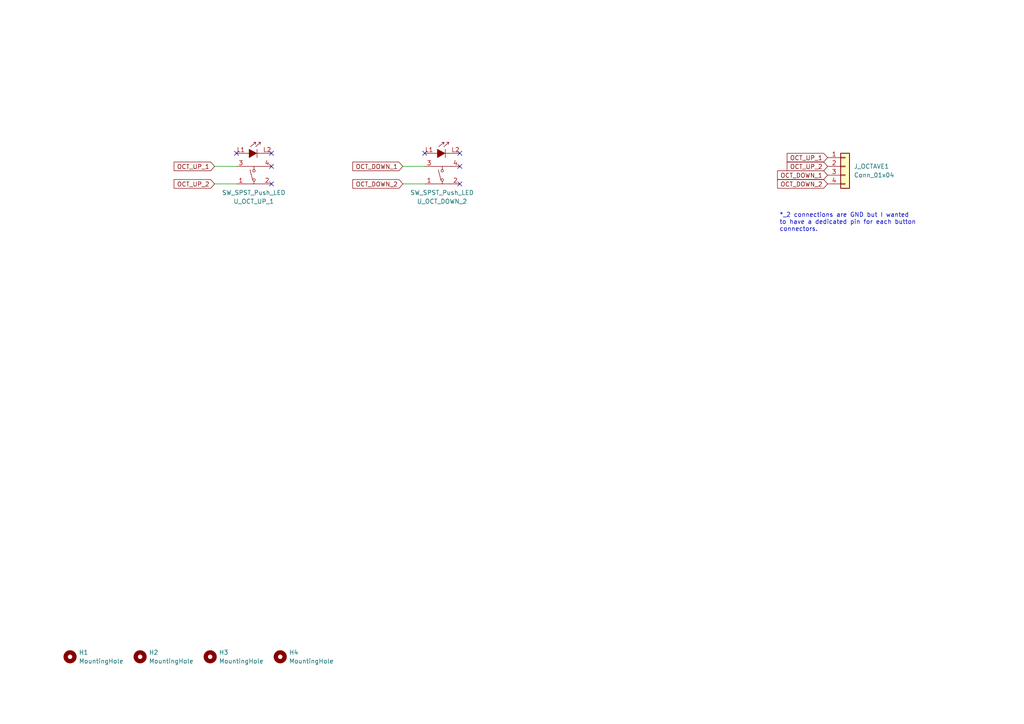
<source format=kicad_sch>
(kicad_sch (version 20230121) (generator eeschema)
  (paper "A4")
  (lib_symbols
    (symbol "Connector_Generic:Conn_01x04" (pin_names (offset 1.016) hide)
      (property "Reference" "J" (at 0 5.08 0))
      (property "Value" "Conn_01x04" (at 0 -7.62 0))
      (symbol "Conn_01x04_1_1"
        (rectangle (start -1.27 -4.953) (end 0 -5.207) (stroke (width 0.1524)))
        (rectangle (start -1.27 -2.413) (end 0 -2.667) (stroke (width 0.1524)))
        (rectangle (start -1.27 0.127) (end 0 -0.127) (stroke (width 0.1524)))
        (rectangle (start -1.27 2.667) (end 0 2.413) (stroke (width 0.1524)))
        (rectangle (start -1.27 3.81) (end 1.27 -6.35) (stroke (width 0.254)) (fill (type background)))
        (pin passive line (at -5.08 2.54 0) (length 3.81) (name "Pin_1") (number "1"))
        (pin passive line (at -5.08 0 0) (length 3.81) (name "Pin_2") (number "2"))
        (pin passive line (at -5.08 -2.54 0) (length 3.81) (name "Pin_3") (number "3"))
        (pin passive line (at -5.08 -5.08 0) (length 3.81) (name "Pin_4") (number "4"))
      )
    )
    (symbol "Mechanical:MountingHole" (pin_names (offset 1.016))
      (property "Reference" "H" (at 0 5.08 0))
      (property "Value" "MountingHole" (at 0 3.175 0))
      (symbol "MountingHole_0_1"
        (circle (center 0 0) (radius 1.27) (stroke (width 1.27)))
      )
    )
    (symbol "Shmoergh_Custom_Components:SW_SPST_Push_LED" (pin_names (offset 1.016))
      (property "Reference" "U" (at 0 6.35 0))
      (property "Value" "SW_SPST_Push_LED" (at 0.381 8.89 0))
      (symbol "SW_SPST_Push_LED_0_1"
        (rectangle (start -2.54 -2.54) (end 2.54 -2.54))
        (rectangle (start -2.54 2.54) (end 2.54 2.54))
        (rectangle (start 0 -2.54) (end 0 -1.651))
        (circle (center 0 -1.27) (radius 0.3556))
        (polyline (pts (xy -0.381 1.397) (xy -1.143 -1.524)))
        (polyline (pts (xy 0.508 -9.525) (xy 0.381 -8.89)))
        (polyline (pts (xy 0.889 -5.08) (xy 0.889 -7.493)))
        (polyline (pts (xy 1.905 -9.525) (xy 1.778 -8.89)))
        (polyline (pts (xy -1.016 -8.255) (xy 0.508 -9.525) (xy -0.127 -9.525)))
        (polyline (pts (xy 0.508 -8.255) (xy 1.905 -9.525) (xy 1.27 -9.525)))
        (polyline (pts (xy 2.54 -6.35) (xy 0.889 -6.35) (xy -2.667 -6.35)))
        (polyline (pts (xy -1.397 -7.493) (xy -1.397 -5.08) (xy 0.762 -6.35) (xy -1.397 -7.493)) (fill (type outline)))
        (circle (center 0 1.397) (radius 0.3556))
        (rectangle (start 0 2.54) (end 0 1.778))
      )
      (symbol "SW_SPST_Push_LED_1_1"
        (pin input line (at -5.08 2.54 0) (length 2.54) (name "~") (number "1"))
        (pin input line (at 5.08 2.54 180) (length 2.54) (name "~") (number "2"))
        (pin input line (at -5.08 -2.54 0) (length 2.54) (name "~") (number "3"))
        (pin input line (at 5.08 -2.54 180) (length 2.54) (name "~") (number "4"))
        (pin input line (at -5.08 -6.35 0) (length 2.54) (name "~") (number "L1"))
        (pin input line (at 5.08 -6.35 180) (length 2.54) (name "~") (number "L2"))
      )
    )
  )
  (no_connect (at 78.74 44.45))
  (no_connect (at 133.35 44.45))
  (no_connect (at 68.58 44.45))
  (no_connect (at 133.35 53.34))
  (no_connect (at 78.74 48.26))
  (no_connect (at 78.74 53.34))
  (no_connect (at 133.35 48.26))
  (no_connect (at 123.19 44.45))
  (wire (pts (xy 116.84 48.26) (xy 123.19 48.26)))
  (wire (pts (xy 116.84 53.34) (xy 123.19 53.34)))
  (wire (pts (xy 62.23 48.26) (xy 68.58 48.26)))
  (wire (pts (xy 62.23 53.34) (xy 68.58 53.34)))
  (text "*_2 connections are GND but I wanted\nto have a dedicated pin for each button\nconnectors." (at 226.06 67.31 0) (effects (font (size 1.27 1.27)) (justify left bottom)))
  (global_label "OCT_DOWN_2" (shape input) (at 240.03 53.34 180) (property "Intersheetrefs" "${INTERSHEET_REFS}" (effects hide)))
  (global_label "OCT_UP_1" (shape input) (at 62.23 48.26 180) (property "Intersheetrefs" "${INTERSHEET_REFS}" (effects hide)))
  (global_label "OCT_DOWN_1" (shape input) (at 116.84 48.26 180) (property "Intersheetrefs" "${INTERSHEET_REFS}" (effects hide)))
  (global_label "OCT_UP_2" (shape input) (at 240.03 48.26 180) (property "Intersheetrefs" "${INTERSHEET_REFS}" (effects hide)))
  (global_label "OCT_DOWN_1" (shape input) (at 240.03 50.8 180) (property "Intersheetrefs" "${INTERSHEET_REFS}" (effects hide)))
  (global_label "OCT_UP_2" (shape input) (at 62.23 53.34 180) (property "Intersheetrefs" "${INTERSHEET_REFS}" (effects hide)))
  (global_label "OCT_DOWN_2" (shape input) (at 116.84 53.34 180) (property "Intersheetrefs" "${INTERSHEET_REFS}" (effects hide)))
  (global_label "OCT_UP_1" (shape input) (at 240.03 45.72 180) (property "Intersheetrefs" "${INTERSHEET_REFS}" (effects hide)))
  (symbol (lib_id "Mechanical:MountingHole") (at 60.96 190.5 0) (unit 1)
    (property "Reference" "H3" (at 63.5 189.23 0) (effects (justify left)))
    (property "Value" "MountingHole" (at 63.5 191.77 0) (effects (justify left)))
    (property "Footprint" "MountingHole:MountingHole_4mm" (effects hide))
  )
  (symbol (lib_id "Shmoergh_Custom_Components:SW_SPST_Push_LED") (at 128.27 50.8 0) (mirror x) (unit 1)
    (property "Reference" "U_OCT_DOWN_2" (at 128.2065 58.42 0))
    (property "Value" "SW_SPST_Push_LED" (at 128.2065 55.88 0))
    (property "Footprint" "Shmoergh_Custom_Footprints:SPST_Narrow_Circular_Pushbutton_LED" (effects hide))
  )
  (symbol (lib_id "Mechanical:MountingHole") (at 20.32 190.5 0) (unit 1)
    (property "Reference" "H1" (at 22.86 189.23 0) (effects (justify left)))
    (property "Value" "MountingHole" (at 22.86 191.77 0) (effects (justify left)))
    (property "Footprint" "MountingHole:MountingHole_4mm" (effects hide))
  )
  (symbol (lib_id "Shmoergh_Custom_Components:SW_SPST_Push_LED") (at 73.66 50.8 0) (mirror x) (unit 1)
    (property "Reference" "U_OCT_UP_1" (at 73.5965 58.42 0))
    (property "Value" "SW_SPST_Push_LED" (at 73.5965 55.88 0))
    (property "Footprint" "Shmoergh_Custom_Footprints:SPST_Narrow_Circular_Pushbutton_LED" (effects hide))
  )
  (symbol (lib_id "Mechanical:MountingHole") (at 40.64 190.5 0) (unit 1)
    (property "Reference" "H2" (at 43.18 189.23 0) (effects (justify left)))
    (property "Value" "MountingHole" (at 43.18 191.77 0) (effects (justify left)))
    (property "Footprint" "MountingHole:MountingHole_4mm" (effects hide))
  )
  (symbol (lib_id "Connector_Generic:Conn_01x04") (at 245.11 48.26 0) (unit 1)
    (property "Reference" "J_OCTAVE1" (at 247.65 48.26 0) (effects (justify left)))
    (property "Value" "Conn_01x04" (at 247.65 50.8 0) (effects (justify left)))
    (property "Footprint" "Shmoergh_Custom_Footprints:NSL25_01x04_Vertical" (effects hide))
  )
  (symbol (lib_id "Mechanical:MountingHole") (at 81.28 190.5 0) (unit 1)
    (property "Reference" "H4" (at 83.82 189.23 0) (effects (justify left)))
    (property "Value" "MountingHole" (at 83.82 191.77 0) (effects (justify left)))
    (property "Footprint" "MountingHole:MountingHole_4mm" (effects hide))
  )
)
</source>
